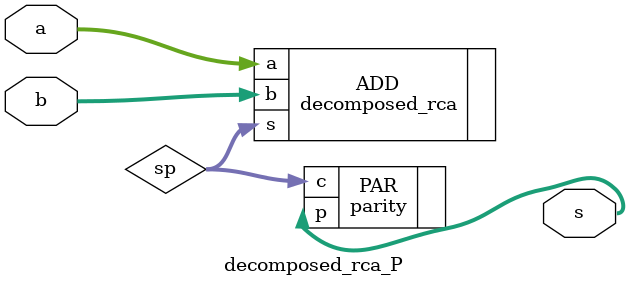
<source format=v>
module decomposed_rca_P(a,b,s);

parameter NBIT = 14;

input [NBIT-1:0] a,b;
output [NBIT-1:0] s;
wire [NBIT-1:0] sp;

decomposed_rca ADD(
    .a(a),
    .b(b),
    .s(sp)
);

parity PAR(
    .c(sp),
    .p(s)
);

endmodule

</source>
